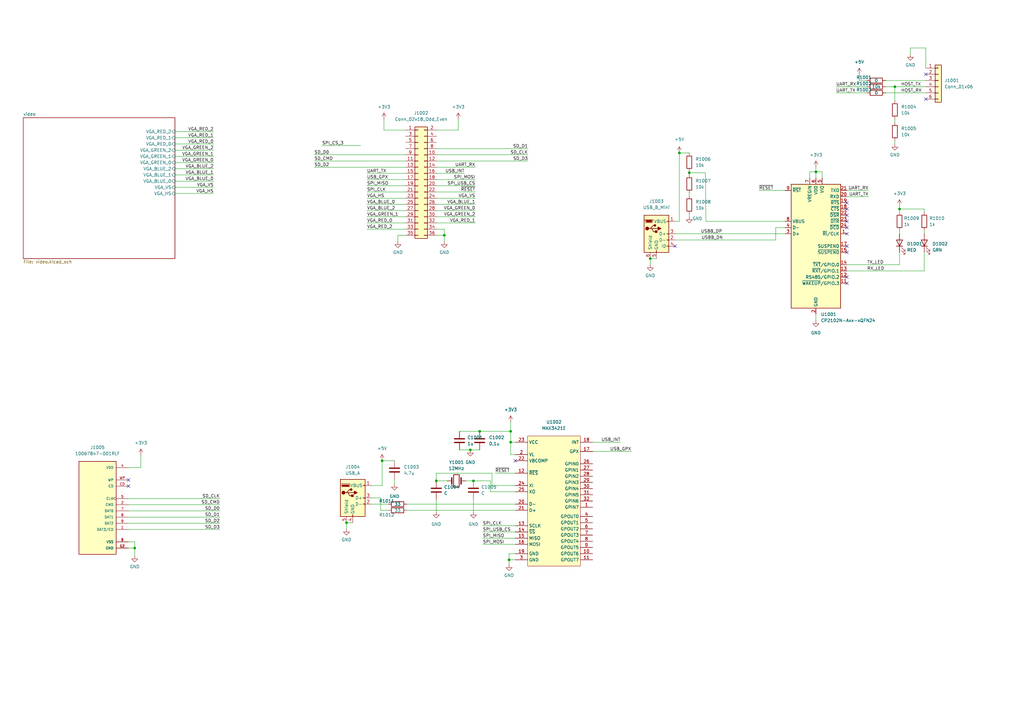
<source format=kicad_sch>
(kicad_sch (version 20211123) (generator eeschema)
  (paper "A3")
  (title_block (title "Trion T20F256 Super6502 Shield"))
  (lib_symbols
    (symbol "Connector:10067847-001RLF" (pin_names (offset 1.016))
      (property "Reference" "J" (at -7.62 19.05 0))
      (property "Value" "10067847-001RLF" (at -7.62 -22.86 0))
      (symbol "10067847-001RLF_0_0"
        (rectangle (start -7.62 -20.32) (end 7.62 17.78) (stroke (width 0.254)) (fill (type background)))
        (pin bidirectional line (at -12.7 -10.16 0) (length 5.08) (name "DAT3/CD") (number "1"))
        (pin bidirectional line (at -12.7 0 0) (length 5.08) (name "CMD") (number "2"))
        (pin power_in line (at -12.7 -15.24 0) (length 5.08) (name "VSS") (number "3"))
        (pin power_in line (at -12.7 15.24 0) (length 5.08) (name "VDD") (number "4"))
        (pin bidirectional clock (at -12.7 2.54 0) (length 5.08) (name "CLK") (number "5"))
        (pin power_in line (at -12.7 -15.24 0) (length 5.08) (name "VSS") (number "6"))
        (pin bidirectional line (at -12.7 -2.54 0) (length 5.08) (name "DAT0") (number "7"))
        (pin bidirectional line (at -12.7 -5.08 0) (length 5.08) (name "DAT1") (number "8"))
        (pin bidirectional line (at -12.7 -7.62 0) (length 5.08) (name "DAT2") (number "9"))
        (pin input line (at -12.7 7.62 0) (length 5.08) (name "CD") (number "CD"))
        (pin power_in line (at -12.7 -17.78 0) (length 5.08) (name "GND") (number "G1"))
        (pin power_in line (at -12.7 -17.78 0) (length 5.08) (name "GND") (number "G2"))
        (pin input line (at -12.7 10.16 0) (length 5.08) (name "WP") (number "WP"))
      )
    )
    (symbol "Connector:USB_A" (pin_names (offset 1.016))
      (property "Reference" "J" (at -5.08 11.43 0))
      (property "Value" "USB_A" (at -5.08 8.89 0))
      (symbol "USB_A_0_1"
        (rectangle (start -5.08 -7.62) (end 5.08 7.62) (stroke (width 0.254)) (fill (type background)))
        (circle (center -3.81 2.159) (radius 0.635) (stroke (width 0.254)) (fill (type outline)))
        (rectangle (start -1.524 4.826) (end -4.318 5.334) (fill (type outline)))
        (rectangle (start -1.27 4.572) (end -4.572 5.842))
        (circle (center -0.635 3.429) (radius 0.381) (stroke (width 0.254)) (fill (type outline)))
        (rectangle (start -0.127 -7.62) (end 0.127 -6.858))
        (polyline (pts (xy -3.175 2.159) (xy -2.54 2.159) (xy -1.27 3.429) (xy -0.635 3.429)) (stroke (width 0.254)))
        (polyline (pts (xy -2.54 2.159) (xy -1.905 2.159) (xy -1.27 0.889) (xy 0 0.889)) (stroke (width 0.254)))
        (polyline (pts (xy 0.635 2.794) (xy 0.635 1.524) (xy 1.905 2.159) (xy 0.635 2.794)) (stroke (width 0.254)) (fill (type outline)))
        (rectangle (start 0.254 1.27) (end -0.508 0.508) (stroke (width 0.254)) (fill (type outline)))
        (rectangle (start 5.08 -2.667) (end 4.318 -2.413))
        (rectangle (start 5.08 -0.127) (end 4.318 0.127))
        (rectangle (start 5.08 4.953) (end 4.318 5.207))
      )
      (symbol "USB_A_1_1"
        (polyline (pts (xy -1.905 2.159) (xy 0.635 2.159)) (stroke (width 0.254)))
        (pin power_in line (at 7.62 5.08 180) (length 2.54) (name "VBUS") (number "1"))
        (pin bidirectional line (at 7.62 -2.54 180) (length 2.54) (name "D-") (number "2"))
        (pin bidirectional line (at 7.62 0 180) (length 2.54) (name "D+") (number "3"))
        (pin power_in line (at 0 -10.16 90) (length 2.54) (name "GND") (number "4"))
        (pin passive line (at -2.54 -10.16 90) (length 2.54) (name "Shield") (number "5"))
      )
    )
    (symbol "Connector:USB_B_Mini" (pin_names (offset 1.016))
      (property "Reference" "J" (at -5.08 11.43 0))
      (property "Value" "USB_B_Mini" (at -5.08 8.89 0))
      (symbol "USB_B_Mini_0_1"
        (rectangle (start -5.08 -7.62) (end 5.08 7.62) (stroke (width 0.254)) (fill (type background)))
        (circle (center -3.81 2.159) (radius 0.635) (stroke (width 0.254)) (fill (type outline)))
        (circle (center -0.635 3.429) (radius 0.381) (stroke (width 0.254)) (fill (type outline)))
        (rectangle (start -0.127 -7.62) (end 0.127 -6.858))
        (polyline (pts (xy -1.905 2.159) (xy 0.635 2.159)) (stroke (width 0.254)))
        (polyline (pts (xy -3.175 2.159) (xy -2.54 2.159) (xy -1.27 3.429) (xy -0.635 3.429)) (stroke (width 0.254)))
        (polyline (pts (xy -2.54 2.159) (xy -1.905 2.159) (xy -1.27 0.889) (xy 0 0.889)) (stroke (width 0.254)))
        (polyline (pts (xy 0.635 2.794) (xy 0.635 1.524) (xy 1.905 2.159) (xy 0.635 2.794)) (stroke (width 0.254)) (fill (type outline)))
        (polyline (pts (xy -4.318 5.588) (xy -1.778 5.588) (xy -2.032 4.826) (xy -4.064 4.826) (xy -4.318 5.588)) (fill (type outline)))
        (polyline (pts (xy -4.699 5.842) (xy -4.699 5.588) (xy -4.445 4.826) (xy -4.445 4.572) (xy -1.651 4.572) (xy -1.651 4.826) (xy -1.397 5.588) (xy -1.397 5.842) (xy -4.699 5.842)))
        (rectangle (start 0.254 1.27) (end -0.508 0.508) (stroke (width 0.254)) (fill (type outline)))
        (rectangle (start 5.08 -5.207) (end 4.318 -4.953))
        (rectangle (start 5.08 -2.667) (end 4.318 -2.413))
        (rectangle (start 5.08 -0.127) (end 4.318 0.127))
        (rectangle (start 5.08 4.953) (end 4.318 5.207))
      )
      (symbol "USB_B_Mini_1_1"
        (pin power_out line (at 7.62 5.08 180) (length 2.54) (name "VBUS") (number "1"))
        (pin bidirectional line (at 7.62 -2.54 180) (length 2.54) (name "D-") (number "2"))
        (pin bidirectional line (at 7.62 0 180) (length 2.54) (name "D+") (number "3"))
        (pin passive line (at 7.62 -5.08 180) (length 2.54) (name "ID") (number "4"))
        (pin power_out line (at 0 -10.16 90) (length 2.54) (name "GND") (number "5"))
        (pin passive line (at -2.54 -10.16 90) (length 2.54) (name "Shield") (number "6"))
      )
    )
    (symbol "Connector_Generic:Conn_01x06" (pin_names (offset 1.016) hide)
      (property "Reference" "J" (at 0 7.62 0))
      (property "Value" "Conn_01x06" (at 0 -10.16 0))
      (symbol "Conn_01x06_1_1"
        (rectangle (start -1.27 -7.493) (end 0 -7.747) (stroke (width 0.1524)))
        (rectangle (start -1.27 -4.953) (end 0 -5.207) (stroke (width 0.1524)))
        (rectangle (start -1.27 -2.413) (end 0 -2.667) (stroke (width 0.1524)))
        (rectangle (start -1.27 0.127) (end 0 -0.127) (stroke (width 0.1524)))
        (rectangle (start -1.27 2.667) (end 0 2.413) (stroke (width 0.1524)))
        (rectangle (start -1.27 5.207) (end 0 4.953) (stroke (width 0.1524)))
        (rectangle (start -1.27 6.35) (end 1.27 -8.89) (stroke (width 0.254)) (fill (type background)))
        (pin passive line (at -5.08 5.08 0) (length 3.81) (name "Pin_1") (number "1"))
        (pin passive line (at -5.08 2.54 0) (length 3.81) (name "Pin_2") (number "2"))
        (pin passive line (at -5.08 0 0) (length 3.81) (name "Pin_3") (number "3"))
        (pin passive line (at -5.08 -2.54 0) (length 3.81) (name "Pin_4") (number "4"))
        (pin passive line (at -5.08 -5.08 0) (length 3.81) (name "Pin_5") (number "5"))
        (pin passive line (at -5.08 -7.62 0) (length 3.81) (name "Pin_6") (number "6"))
      )
    )
    (symbol "Connector_Generic:Conn_02x18_Odd_Even" (pin_names (offset 1.016) hide)
      (property "Reference" "J" (at 1.27 22.86 0))
      (property "Value" "Conn_02x18_Odd_Even" (at 1.27 -25.4 0))
      (symbol "Conn_02x18_Odd_Even_1_1"
        (rectangle (start -1.27 -22.733) (end 0 -22.987) (stroke (width 0.1524)))
        (rectangle (start -1.27 -20.193) (end 0 -20.447) (stroke (width 0.1524)))
        (rectangle (start -1.27 -17.653) (end 0 -17.907) (stroke (width 0.1524)))
        (rectangle (start -1.27 -15.113) (end 0 -15.367) (stroke (width 0.1524)))
        (rectangle (start -1.27 -12.573) (end 0 -12.827) (stroke (width 0.1524)))
        (rectangle (start -1.27 -10.033) (end 0 -10.287) (stroke (width 0.1524)))
        (rectangle (start -1.27 -7.493) (end 0 -7.747) (stroke (width 0.1524)))
        (rectangle (start -1.27 -4.953) (end 0 -5.207) (stroke (width 0.1524)))
        (rectangle (start -1.27 -2.413) (end 0 -2.667) (stroke (width 0.1524)))
        (rectangle (start -1.27 0.127) (end 0 -0.127) (stroke (width 0.1524)))
        (rectangle (start -1.27 2.667) (end 0 2.413) (stroke (width 0.1524)))
        (rectangle (start -1.27 5.207) (end 0 4.953) (stroke (width 0.1524)))
        (rectangle (start -1.27 7.747) (end 0 7.493) (stroke (width 0.1524)))
        (rectangle (start -1.27 10.287) (end 0 10.033) (stroke (width 0.1524)))
        (rectangle (start -1.27 12.827) (end 0 12.573) (stroke (width 0.1524)))
        (rectangle (start -1.27 15.367) (end 0 15.113) (stroke (width 0.1524)))
        (rectangle (start -1.27 17.907) (end 0 17.653) (stroke (width 0.1524)))
        (rectangle (start -1.27 20.447) (end 0 20.193) (stroke (width 0.1524)))
        (rectangle (start -1.27 21.59) (end 3.81 -24.13) (stroke (width 0.254)) (fill (type background)))
        (rectangle (start 3.81 -22.733) (end 2.54 -22.987) (stroke (width 0.1524)))
        (rectangle (start 3.81 -20.193) (end 2.54 -20.447) (stroke (width 0.1524)))
        (rectangle (start 3.81 -17.653) (end 2.54 -17.907) (stroke (width 0.1524)))
        (rectangle (start 3.81 -15.113) (end 2.54 -15.367) (stroke (width 0.1524)))
        (rectangle (start 3.81 -12.573) (end 2.54 -12.827) (stroke (width 0.1524)))
        (rectangle (start 3.81 -10.033) (end 2.54 -10.287) (stroke (width 0.1524)))
        (rectangle (start 3.81 -7.493) (end 2.54 -7.747) (stroke (width 0.1524)))
        (rectangle (start 3.81 -4.953) (end 2.54 -5.207) (stroke (width 0.1524)))
        (rectangle (start 3.81 -2.413) (end 2.54 -2.667) (stroke (width 0.1524)))
        (rectangle (start 3.81 0.127) (end 2.54 -0.127) (stroke (width 0.1524)))
        (rectangle (start 3.81 2.667) (end 2.54 2.413) (stroke (width 0.1524)))
        (rectangle (start 3.81 5.207) (end 2.54 4.953) (stroke (width 0.1524)))
        (rectangle (start 3.81 7.747) (end 2.54 7.493) (stroke (width 0.1524)))
        (rectangle (start 3.81 10.287) (end 2.54 10.033) (stroke (width 0.1524)))
        (rectangle (start 3.81 12.827) (end 2.54 12.573) (stroke (width 0.1524)))
        (rectangle (start 3.81 15.367) (end 2.54 15.113) (stroke (width 0.1524)))
        (rectangle (start 3.81 17.907) (end 2.54 17.653) (stroke (width 0.1524)))
        (rectangle (start 3.81 20.447) (end 2.54 20.193) (stroke (width 0.1524)))
        (pin passive line (at -5.08 20.32 0) (length 3.81) (name "Pin_1") (number "1"))
        (pin passive line (at 7.62 10.16 180) (length 3.81) (name "Pin_10") (number "10"))
        (pin passive line (at -5.08 7.62 0) (length 3.81) (name "Pin_11") (number "11"))
        (pin passive line (at 7.62 7.62 180) (length 3.81) (name "Pin_12") (number "12"))
        (pin passive line (at -5.08 5.08 0) (length 3.81) (name "Pin_13") (number "13"))
        (pin passive line (at 7.62 5.08 180) (length 3.81) (name "Pin_14") (number "14"))
        (pin passive line (at -5.08 2.54 0) (length 3.81) (name "Pin_15") (number "15"))
        (pin passive line (at 7.62 2.54 180) (length 3.81) (name "Pin_16") (number "16"))
        (pin passive line (at -5.08 0 0) (length 3.81) (name "Pin_17") (number "17"))
        (pin passive line (at 7.62 0 180) (length 3.81) (name "Pin_18") (number "18"))
        (pin passive line (at -5.08 -2.54 0) (length 3.81) (name "Pin_19") (number "19"))
        (pin passive line (at 7.62 20.32 180) (length 3.81) (name "Pin_2") (number "2"))
        (pin passive line (at 7.62 -2.54 180) (length 3.81) (name "Pin_20") (number "20"))
        (pin passive line (at -5.08 -5.08 0) (length 3.81) (name "Pin_21") (number "21"))
        (pin passive line (at 7.62 -5.08 180) (length 3.81) (name "Pin_22") (number "22"))
        (pin passive line (at -5.08 -7.62 0) (length 3.81) (name "Pin_23") (number "23"))
        (pin passive line (at 7.62 -7.62 180) (length 3.81) (name "Pin_24") (number "24"))
        (pin passive line (at -5.08 -10.16 0) (length 3.81) (name "Pin_25") (number "25"))
        (pin passive line (at 7.62 -10.16 180) (length 3.81) (name "Pin_26") (number "26"))
        (pin passive line (at -5.08 -12.7 0) (length 3.81) (name "Pin_27") (number "27"))
        (pin passive line (at 7.62 -12.7 180) (length 3.81) (name "Pin_28") (number "28"))
        (pin passive line (at -5.08 -15.24 0) (length 3.81) (name "Pin_29") (number "29"))
        (pin passive line (at -5.08 17.78 0) (length 3.81) (name "Pin_3") (number "3"))
        (pin passive line (at 7.62 -15.24 180) (length 3.81) (name "Pin_30") (number "30"))
        (pin passive line (at -5.08 -17.78 0) (length 3.81) (name "Pin_31") (number "31"))
        (pin passive line (at 7.62 -17.78 180) (length 3.81) (name "Pin_32") (number "32"))
        (pin passive line (at -5.08 -20.32 0) (length 3.81) (name "Pin_33") (number "33"))
        (pin passive line (at 7.62 -20.32 180) (length 3.81) (name "Pin_34") (number "34"))
        (pin passive line (at -5.08 -22.86 0) (length 3.81) (name "Pin_35") (number "35"))
        (pin passive line (at 7.62 -22.86 180) (length 3.81) (name "Pin_36") (number "36"))
        (pin passive line (at 7.62 17.78 180) (length 3.81) (name "Pin_4") (number "4"))
        (pin passive line (at -5.08 15.24 0) (length 3.81) (name "Pin_5") (number "5"))
        (pin passive line (at 7.62 15.24 180) (length 3.81) (name "Pin_6") (number "6"))
        (pin passive line (at -5.08 12.7 0) (length 3.81) (name "Pin_7") (number "7"))
        (pin passive line (at 7.62 12.7 180) (length 3.81) (name "Pin_8") (number "8"))
        (pin passive line (at -5.08 10.16 0) (length 3.81) (name "Pin_9") (number "9"))
      )
    )
    (symbol "Device:C" (pin_numbers hide) (pin_names (offset 0.254))
      (property "Reference" "C" (at 0.635 2.54 0))
      (property "Value" "C" (at 0.635 -2.54 0))
      (symbol "C_0_1"
        (polyline (pts (xy -2.032 -0.762) (xy 2.032 -0.762)) (stroke (width 0.508)))
        (polyline (pts (xy -2.032 0.762) (xy 2.032 0.762)) (stroke (width 0.508)))
      )
      (symbol "C_1_1"
        (pin passive line (at 0 3.81 270) (length 2.794) (name "~") (number "1"))
        (pin passive line (at 0 -3.81 90) (length 2.794) (name "~") (number "2"))
      )
    )
    (symbol "Device:Crystal" (pin_numbers hide) (pin_names (offset 1.016) hide)
      (property "Reference" "Y" (at 0 3.81 0))
      (property "Value" "Crystal" (at 0 -3.81 0))
      (symbol "Crystal_0_1"
        (rectangle (start -1.143 2.54) (end 1.143 -2.54) (stroke (width 0.3048)))
        (polyline (pts (xy -2.54 0) (xy -1.905 0)))
        (polyline (pts (xy -1.905 -1.27) (xy -1.905 1.27)) (stroke (width 0.508)))
        (polyline (pts (xy 1.905 -1.27) (xy 1.905 1.27)) (stroke (width 0.508)))
        (polyline (pts (xy 2.54 0) (xy 1.905 0)))
      )
      (symbol "Crystal_1_1"
        (pin passive line (at -3.81 0 0) (length 1.27) (name "1") (number "1"))
        (pin passive line (at 3.81 0 180) (length 1.27) (name "2") (number "2"))
      )
    )
    (symbol "Device:LED" (pin_numbers hide) (pin_names (offset 1.016) hide)
      (property "Reference" "D" (at 0 2.54 0))
      (property "Value" "LED" (at 0 -2.54 0))
      (symbol "LED_0_1"
        (polyline (pts (xy -1.27 -1.27) (xy -1.27 1.27)) (stroke (width 0.254)))
        (polyline (pts (xy -1.27 0) (xy 1.27 0)))
        (polyline (pts (xy 1.27 -1.27) (xy 1.27 1.27) (xy -1.27 0) (xy 1.27 -1.27)) (stroke (width 0.254)))
        (polyline (pts (xy -3.048 -0.762) (xy -4.572 -2.286) (xy -3.81 -2.286) (xy -4.572 -2.286) (xy -4.572 -1.524)))
        (polyline (pts (xy -1.778 -0.762) (xy -3.302 -2.286) (xy -2.54 -2.286) (xy -3.302 -2.286) (xy -3.302 -1.524)))
      )
      (symbol "LED_1_1"
        (pin passive line (at -3.81 0 0) (length 2.54) (name "K") (number "1"))
        (pin passive line (at 3.81 0 180) (length 2.54) (name "A") (number "2"))
      )
    )
    (symbol "Device:R" (pin_numbers hide) (pin_names (offset 0))
      (property "Reference" "R" (at 2.032 0 90))
      (property "Value" "R" (at 0 0 90))
      (symbol "R_0_1"
        (rectangle (start -1.016 -2.54) (end 1.016 2.54) (stroke (width 0.254)))
      )
      (symbol "R_1_1"
        (pin passive line (at 0 3.81 270) (length 1.27) (name "~") (number "1"))
        (pin passive line (at 0 -3.81 90) (length 1.27) (name "~") (number "2"))
      )
    )
    (symbol "IC:MAX3421E"
      (property "Reference" "U" (at -8.89 26.67 0))
      (property "Value" "MAX3421E" (at 6.35 26.67 0))
      (symbol "MAX3421E_0_1"
        (rectangle (start -10.16 25.4) (end 11.43 -27.94) (fill (type background)))
      )
      (symbol "MAX3421E_1_1"
        (pin input line (at 16.51 -3.81 180) (length 5.08) (name "GPIN7") (number "1"))
        (pin output line (at 16.51 -22.86 180) (length 5.08) (name "GPOUT6") (number "10"))
        (pin output line (at 16.51 -25.4 180) (length 5.08) (name "GPOUT7") (number "11"))
        (pin input line (at -15.24 10.16 0) (length 5.08) (name "~{RES}") (number "12"))
        (pin input line (at -15.24 -11.43 0) (length 5.08) (name "SCLK") (number "13"))
        (pin input line (at -15.24 -13.97 0) (length 5.08) (name "~{SS}") (number "14"))
        (pin output line (at -15.24 -16.51 0) (length 5.08) (name "MISO") (number "15"))
        (pin input line (at -15.24 -19.05 0) (length 5.08) (name "MOSI") (number "16"))
        (pin output line (at 16.51 19.05 180) (length 5.08) (name "GPX") (number "17"))
        (pin output line (at 16.51 22.86 180) (length 5.08) (name "INT") (number "18"))
        (pin input line (at -15.24 -22.86 0) (length 5.08) (name "GND") (number "19"))
        (pin input line (at -15.24 17.78 0) (length 5.08) (name "VL") (number "2"))
        (pin bidirectional line (at -15.24 -2.54 0) (length 5.08) (name "D-") (number "20"))
        (pin bidirectional line (at -15.24 -5.08 0) (length 5.08) (name "D+") (number "21"))
        (pin input line (at -15.24 15.24 0) (length 5.08) (name "VBCOMP") (number "22"))
        (pin power_in line (at -15.24 22.86 0) (length 5.08) (name "VCC") (number "23"))
        (pin input line (at -15.24 5.08 0) (length 5.08) (name "XI") (number "24"))
        (pin output line (at -15.24 2.54 0) (length 5.08) (name "XO") (number "25"))
        (pin input line (at 16.51 13.97 180) (length 5.08) (name "GPIN0") (number "26"))
        (pin input line (at 16.51 11.43 180) (length 5.08) (name "GPIN1") (number "27"))
        (pin input line (at 16.51 8.89 180) (length 5.08) (name "GPIN2") (number "28"))
        (pin input line (at 16.51 6.35 180) (length 5.08) (name "GPIN3") (number "29"))
        (pin input line (at -15.24 -25.4 0) (length 5.08) (name "GND") (number "3"))
        (pin input line (at 16.51 3.81 180) (length 5.08) (name "GPIN4") (number "30"))
        (pin input line (at 16.51 1.27 180) (length 5.08) (name "GPIN5") (number "31"))
        (pin input line (at 16.51 -1.27 180) (length 5.08) (name "GPIN6") (number "32"))
        (pin output line (at 16.51 -7.62 180) (length 5.08) (name "GPOUT0") (number "4"))
        (pin output line (at 16.51 -10.16 180) (length 5.08) (name "GPOUT1") (number "5"))
        (pin output line (at 16.51 -12.7 180) (length 5.08) (name "GPOUT2") (number "6"))
        (pin output line (at 16.51 -15.24 180) (length 5.08) (name "GPOUT3") (number "7"))
        (pin output line (at 16.51 -17.78 180) (length 5.08) (name "GPOUT4") (number "8"))
        (pin output line (at 16.51 -20.32 180) (length 5.08) (name "GPOUT5") (number "9"))
      )
    )
    (symbol "Interface_USB:CP2102N-Axx-xQFN24"
      (property "Reference" "U" (at -8.89 26.67 0))
      (property "Value" "CP2102N-Axx-xQFN24" (at 13.97 26.67 0))
      (symbol "CP2102N-Axx-xQFN24_0_1"
        (rectangle (start -10.16 25.4) (end 10.16 -25.4) (stroke (width 0.254)) (fill (type background)))
      )
      (symbol "CP2102N-Axx-xQFN24_1_1"
        (pin bidirectional line (at 12.7 5.08 180) (length 2.54) (name "~{RI}/CLK") (number "1"))
        (pin no_connect line (at -10.16 -22.86 0) (length 2.54) hide (name "NC") (number "10"))
        (pin bidirectional line (at 12.7 -15.24 180) (length 2.54) (name "~{WAKEUP}/GPIO.3") (number "11"))
        (pin bidirectional line (at 12.7 -12.7 180) (length 2.54) (name "RS485/GPIO.2") (number "12"))
        (pin bidirectional line (at 12.7 -10.16 180) (length 2.54) (name "~{RXT}/GPIO.1") (number "13"))
        (pin bidirectional line (at 12.7 -7.62 180) (length 2.54) (name "~{TXT}/GPIO.0") (number "14"))
        (pin output line (at 12.7 -2.54 180) (length 2.54) (name "~{SUSPEND}") (number "15"))
        (pin no_connect line (at 10.16 -22.86 180) (length 2.54) hide (name "NC") (number "16"))
        (pin output line (at 12.7 0 180) (length 2.54) (name "SUSPEND") (number "17"))
        (pin input line (at 12.7 15.24 180) (length 2.54) (name "~{CTS}") (number "18"))
        (pin output line (at 12.7 17.78 180) (length 2.54) (name "~{RTS}") (number "19"))
        (pin power_in line (at 0 -27.94 90) (length 2.54) (name "GND") (number "2"))
        (pin input line (at 12.7 20.32 180) (length 2.54) (name "RXD") (number "20"))
        (pin output line (at 12.7 22.86 180) (length 2.54) (name "TXD") (number "21"))
        (pin input line (at 12.7 12.7 180) (length 2.54) (name "~{DSR}") (number "22"))
        (pin output line (at 12.7 10.16 180) (length 2.54) (name "~{DTR}") (number "23"))
        (pin input line (at 12.7 7.62 180) (length 2.54) (name "~{DCD}") (number "24"))
        (pin passive line (at 0 -27.94 90) (length 2.54) hide (name "GND") (number "25"))
        (pin bidirectional line (at -12.7 5.08 0) (length 2.54) (name "D+") (number "3"))
        (pin bidirectional line (at -12.7 7.62 0) (length 2.54) (name "D-") (number "4"))
        (pin power_in line (at 2.54 27.94 270) (length 2.54) (name "VIO") (number "5"))
        (pin power_in line (at 0 27.94 270) (length 2.54) (name "VDD") (number "6"))
        (pin power_in line (at -2.54 27.94 270) (length 2.54) (name "VREGIN") (number "7"))
        (pin input line (at -12.7 10.16 0) (length 2.54) (name "VBUS") (number "8"))
        (pin input line (at -12.7 22.86 0) (length 2.54) (name "~{RST}") (number "9"))
      )
    )
    (symbol "power:+3V3" (power) (pin_names (offset 0))
      (property "Value" "+3V3" (at 0 3.556 0))
      (symbol "+3V3_0_1"
        (polyline (pts (xy -0.762 1.27) (xy 0 2.54)))
        (polyline (pts (xy 0 0) (xy 0 2.54)))
        (polyline (pts (xy 0 2.54) (xy 0.762 1.27)))
      )
      (symbol "+3V3_1_1"
        (pin power_in line (at 0 0 90) (length 0) hide (name "+3V3") (number "1"))
      )
    )
    (symbol "power:+5V" (power) (pin_names (offset 0))
      (property "Value" "+5V" (at 0 3.556 0))
      (symbol "+5V_0_1"
        (polyline (pts (xy -0.762 1.27) (xy 0 2.54)))
        (polyline (pts (xy 0 0) (xy 0 2.54)))
        (polyline (pts (xy 0 2.54) (xy 0.762 1.27)))
      )
      (symbol "+5V_1_1"
        (pin power_in line (at 0 0 90) (length 0) hide (name "+5V") (number "1"))
      )
    )
    (symbol "power:GND" (power) (pin_names (offset 0))
      (property "Value" "GND" (at 0 -3.81 0))
      (symbol "GND_0_1"
        (polyline (pts (xy 0 0) (xy 0 -1.27) (xy 1.27 -1.27) (xy 0 -2.54) (xy -1.27 -1.27) (xy 0 -1.27)))
      )
      (symbol "GND_1_1"
        (pin power_in line (at 0 0 270) (length 0) hide (name "GND") (number "1"))
      )
    )
  )
  (junction (at 367.03 35.56))
  (junction (at 192.913 184.531))
  (junction (at 266.7 106.045))
  (junction (at 182.245 96.52))
  (junction (at 278.638 62.738))
  (junction (at 209.423 181.356))
  (junction (at 334.645 70.485))
  (junction (at 368.935 85.725))
  (junction (at 178.943 197.231))
  (junction (at 194.183 197.231))
  (junction (at 156.718 188.976))
  (junction (at 208.788 229.616))
  (junction (at 209.423 176.911))
  (junction (at 196.723 176.911))
  (junction (at 282.702 70.866))
  (junction (at 55.245 224.79))
  (junction (at 142.113 214.376))
  (no_connect (at 347.345 116.205))
  (no_connect (at 347.345 85.725))
  (no_connect (at 347.345 93.345))
  (no_connect (at 211.328 188.976))
  (no_connect (at 52.705 199.39))
  (no_connect (at 347.345 83.185))
  (no_connect (at 276.86 100.965))
  (no_connect (at 379.73 40.64))
  (no_connect (at 347.345 90.805))
  (no_connect (at 347.345 95.885))
  (no_connect (at 52.705 196.85))
  (no_connect (at 347.345 113.665))
  (no_connect (at 347.345 100.965))
  (no_connect (at 379.73 30.48))
  (no_connect (at 347.345 88.265))
  (no_connect (at 347.345 103.505))
  (wire (pts (xy 178.943 194.056) (xy 178.943 197.231)))
  (wire (pts (xy 282.702 70.866) (xy 282.702 71.628)))
  (wire (pts (xy 71.755 61.595) (xy 87.63 61.595)))
  (wire (pts (xy 52.705 204.47) (xy 90.17 204.47)))
  (wire (pts (xy 356.235 78.105) (xy 347.345 78.105)))
  (wire (pts (xy 266.7 106.045) (xy 266.7 108.585)))
  (wire (pts (xy 282.702 70.866) (xy 289.306 70.866)))
  (wire (pts (xy 179.07 93.98) (xy 182.245 93.98)))
  (wire (pts (xy 179.07 76.2) (xy 194.945 76.2)))
  (wire (pts (xy 356.235 80.645) (xy 347.345 80.645)))
  (wire (pts (xy 363.22 33.02) (xy 379.73 33.02)))
  (wire (pts (xy 367.03 35.56) (xy 367.03 41.275)))
  (wire (pts (xy 150.495 81.28) (xy 166.37 81.28)))
  (wire (pts (xy 266.7 106.045) (xy 269.24 106.045)))
  (wire (pts (xy 194.945 68.58) (xy 179.07 68.58)))
  (wire (pts (xy 182.245 93.98) (xy 182.245 96.52)))
  (wire (pts (xy 55.245 224.79) (xy 55.245 227.965)))
  (wire (pts (xy 289.306 70.866) (xy 289.56 90.805)))
  (wire (pts (xy 278.638 90.805) (xy 278.638 62.738)))
  (wire (pts (xy 209.423 176.911) (xy 209.423 181.356)))
  (wire (pts (xy 211.328 199.136) (xy 201.803 199.136)))
  (wire (pts (xy 282.702 79.248) (xy 282.702 80.264)))
  (wire (pts (xy 243.078 181.356) (xy 254.508 181.356)))
  (wire (pts (xy 209.423 181.356) (xy 211.328 181.356)))
  (wire (pts (xy 150.495 71.12) (xy 166.37 71.12)))
  (wire (pts (xy 71.755 74.295) (xy 87.63 74.295)))
  (wire (pts (xy 347.345 111.125) (xy 379.095 111.125)))
  (wire (pts (xy 52.705 222.25) (xy 55.245 222.25)))
  (wire (pts (xy 282.702 87.884) (xy 282.702 88.9)))
  (wire (pts (xy 211.328 186.436) (xy 209.423 186.436)))
  (wire (pts (xy 166.37 86.36) (xy 150.495 86.36)))
  (wire (pts (xy 156.083 209.296) (xy 159.258 209.296)))
  (wire (pts (xy 188.468 184.531) (xy 192.913 184.531)))
  (wire (pts (xy 52.705 212.09) (xy 90.17 212.09)))
  (wire (pts (xy 368.935 108.585) (xy 368.935 103.505)))
  (wire (pts (xy 156.718 188.976) (xy 156.718 199.136)))
  (wire (pts (xy 71.755 71.755) (xy 87.63 71.755)))
  (wire (pts (xy 163.195 99.06) (xy 163.195 96.52)))
  (wire (pts (xy 71.755 59.055) (xy 87.63 59.055)))
  (wire (pts (xy 196.723 176.911) (xy 209.423 176.911)))
  (wire (pts (xy 166.37 93.98) (xy 150.495 93.98)))
  (wire (pts (xy 166.37 73.66) (xy 150.495 73.66)))
  (wire (pts (xy 379.095 94.615) (xy 379.095 95.885)))
  (wire (pts (xy 178.943 197.231) (xy 183.388 197.231)))
  (wire (pts (xy 52.705 217.17) (xy 90.17 217.17)))
  (wire (pts (xy 52.705 191.77) (xy 57.785 191.77)))
  (wire (pts (xy 179.07 88.9) (xy 194.945 88.9)))
  (wire (pts (xy 187.96 53.34) (xy 179.07 53.34)))
  (wire (pts (xy 71.755 56.515) (xy 87.63 56.515)))
  (wire (pts (xy 379.095 85.725) (xy 379.095 86.995)))
  (wire (pts (xy 282.702 70.358) (xy 282.702 70.866)))
  (wire (pts (xy 334.645 70.485) (xy 332.105 70.485)))
  (wire (pts (xy 211.328 194.056) (xy 203.073 194.056)))
  (wire (pts (xy 367.03 57.785) (xy 367.03 59.055)))
  (wire (pts (xy 318.135 93.345) (xy 321.945 93.345)))
  (wire (pts (xy 352.425 33.02) (xy 355.6 33.02)))
  (wire (pts (xy 188.468 176.911) (xy 196.723 176.911)))
  (wire (pts (xy 87.63 79.375) (xy 71.755 79.375)))
  (wire (pts (xy 211.328 218.186) (xy 197.993 218.186)))
  (wire (pts (xy 52.705 214.63) (xy 90.17 214.63)))
  (wire (pts (xy 373.38 19.685) (xy 379.73 19.685)))
  (wire (pts (xy 142.113 216.916) (xy 142.113 214.376)))
  (wire (pts (xy 161.798 196.596) (xy 161.798 198.501)))
  (wire (pts (xy 373.38 22.225) (xy 373.38 19.685)))
  (wire (pts (xy 379.73 19.685) (xy 379.73 27.94)))
  (wire (pts (xy 71.755 64.135) (xy 87.63 64.135)))
  (wire (pts (xy 278.638 62.738) (xy 282.702 62.738)))
  (wire (pts (xy 191.008 197.231) (xy 194.183 197.231)))
  (wire (pts (xy 201.803 194.056) (xy 178.943 194.056)))
  (wire (pts (xy 157.48 53.34) (xy 166.37 53.34)))
  (wire (pts (xy 194.183 204.851) (xy 194.183 209.931)))
  (wire (pts (xy 208.788 229.616) (xy 211.328 229.616)))
  (wire (pts (xy 166.37 78.74) (xy 150.495 78.74)))
  (wire (pts (xy 142.113 214.376) (xy 144.653 214.376)))
  (wire (pts (xy 334.645 128.905) (xy 334.645 131.445)))
  (wire (pts (xy 156.083 204.216) (xy 156.083 209.296)))
  (wire (pts (xy 179.07 66.04) (xy 216.535 66.04)))
  (wire (pts (xy 209.423 186.436) (xy 209.423 181.356)))
  (wire (pts (xy 179.07 86.36) (xy 194.945 86.36)))
  (wire (pts (xy 71.755 69.215) (xy 87.63 69.215)))
  (wire (pts (xy 132.08 59.69) (xy 147.955 59.69)))
  (wire (pts (xy 182.245 99.06) (xy 182.245 96.52)))
  (wire (pts (xy 166.878 206.756) (xy 211.328 206.756)))
  (wire (pts (xy 57.785 191.77) (xy 57.785 186.69)))
  (wire (pts (xy 52.705 209.55) (xy 90.17 209.55)))
  (wire (pts (xy 347.345 108.585) (xy 368.935 108.585)))
  (wire (pts (xy 334.645 70.485) (xy 337.185 70.485)))
  (wire (pts (xy 152.273 204.216) (xy 156.083 204.216)))
  (wire (pts (xy 179.07 73.66) (xy 194.945 73.66)))
  (wire (pts (xy 166.37 66.04) (xy 128.905 66.04)))
  (wire (pts (xy 178.943 204.851) (xy 178.943 209.931)))
  (wire (pts (xy 368.935 94.615) (xy 368.935 95.885)))
  (wire (pts (xy 87.63 76.835) (xy 71.755 76.835)))
  (wire (pts (xy 179.07 60.96) (xy 216.535 60.96)))
  (wire (pts (xy 363.22 38.1) (xy 379.73 38.1)))
  (wire (pts (xy 166.37 63.5) (xy 128.905 63.5)))
  (wire (pts (xy 289.56 90.805) (xy 321.945 90.805)))
  (wire (pts (xy 379.095 103.505) (xy 379.095 111.125)))
  (wire (pts (xy 209.423 173.101) (xy 209.423 176.911)))
  (wire (pts (xy 166.37 76.2) (xy 150.495 76.2)))
  (wire (pts (xy 156.718 199.136) (xy 152.273 199.136)))
  (wire (pts (xy 166.878 209.296) (xy 211.328 209.296)))
  (wire (pts (xy 179.07 63.5) (xy 216.535 63.5)))
  (wire (pts (xy 211.328 220.726) (xy 197.993 220.726)))
  (wire (pts (xy 311.277 78.105) (xy 321.945 78.105)))
  (wire (pts (xy 194.183 197.231) (xy 201.168 197.231)))
  (wire (pts (xy 156.718 188.976) (xy 161.798 188.976)))
  (wire (pts (xy 179.07 78.74) (xy 194.945 78.74)))
  (wire (pts (xy 55.245 222.25) (xy 55.245 224.79)))
  (wire (pts (xy 166.37 83.82) (xy 150.495 83.82)))
  (wire (pts (xy 201.168 201.676) (xy 211.328 201.676)))
  (wire (pts (xy 368.935 85.725) (xy 379.095 85.725)))
  (wire (pts (xy 179.07 91.44) (xy 194.945 91.44)))
  (wire (pts (xy 367.03 48.895) (xy 367.03 50.165)))
  (wire (pts (xy 276.86 98.425) (xy 318.135 98.425)))
  (wire (pts (xy 276.86 95.885) (xy 321.945 95.885)))
  (wire (pts (xy 367.03 35.56) (xy 379.73 35.56)))
  (wire (pts (xy 352.425 30.48) (xy 352.425 33.02)))
  (wire (pts (xy 208.788 231.521) (xy 208.788 229.616)))
  (wire (pts (xy 192.913 184.531) (xy 196.723 184.531)))
  (wire (pts (xy 334.645 70.485) (xy 334.645 73.025)))
  (wire (pts (xy 318.135 98.425) (xy 318.135 93.345)))
  (wire (pts (xy 182.245 96.52) (xy 179.07 96.52)))
  (wire (pts (xy 166.37 88.9) (xy 150.495 88.9)))
  (wire (pts (xy 194.945 81.28) (xy 179.07 81.28)))
  (wire (pts (xy 166.37 91.44) (xy 150.495 91.44)))
  (wire (pts (xy 342.9 35.56) (xy 355.6 35.56)))
  (wire (pts (xy 368.935 84.455) (xy 368.935 85.725)))
  (wire (pts (xy 276.86 90.805) (xy 278.638 90.805)))
  (wire (pts (xy 208.788 229.616) (xy 208.788 227.076)))
  (wire (pts (xy 211.328 215.646) (xy 197.993 215.646)))
  (wire (pts (xy 163.195 96.52) (xy 166.37 96.52)))
  (wire (pts (xy 187.96 48.895) (xy 187.96 53.34)))
  (wire (pts (xy 71.755 53.975) (xy 87.63 53.975)))
  (wire (pts (xy 157.48 48.895) (xy 157.48 53.34)))
  (wire (pts (xy 71.755 66.675) (xy 87.63 66.675)))
  (wire (pts (xy 201.168 197.231) (xy 201.168 201.676)))
  (wire (pts (xy 368.935 85.725) (xy 368.935 86.995)))
  (wire (pts (xy 201.803 199.136) (xy 201.803 194.056)))
  (wire (pts (xy 52.705 207.01) (xy 90.17 207.01)))
  (wire (pts (xy 208.788 227.076) (xy 211.328 227.076)))
  (wire (pts (xy 166.37 68.58) (xy 128.905 68.58)))
  (wire (pts (xy 334.645 68.58) (xy 334.645 70.485)))
  (wire (pts (xy 211.328 223.266) (xy 197.993 223.266)))
  (wire (pts (xy 179.07 83.82) (xy 194.945 83.82)))
  (wire (pts (xy 55.245 224.79) (xy 52.705 224.79)))
  (wire (pts (xy 363.22 35.56) (xy 367.03 35.56)))
  (wire (pts (xy 152.273 206.756) (xy 159.258 206.756)))
  (wire (pts (xy 337.185 70.485) (xy 337.185 73.025)))
  (wire (pts (xy 332.105 70.485) (xy 332.105 73.025)))
  (wire (pts (xy 342.9 38.1) (xy 355.6 38.1)))
  (wire (pts (xy 179.07 71.12) (xy 190.5 71.12)))
  (wire (pts (xy 243.078 185.166) (xy 258.953 185.166)))
  (label "SPI_USB_CS" (at 197.993 218.186 0))
  (label "USBB_DP" (at 287.401 95.885 0))
  (label "SD_CLK" (at 90.17 204.47 180))
  (label "UART_TX" (at 342.9 38.1 0))
  (label "TX_LED" (at 355.6 108.585 0))
  (label "VGA_GREEN_2" (at 194.945 88.9 180))
  (label "VGA_RED_0" (at 150.495 91.44 0))
  (label "UART_RX" (at 356.235 78.105 180))
  (label "VGA_GREEN_1" (at 87.63 64.135 180))
  (label "VGA_GREEN_0" (at 194.945 86.36 180))
  (label "SD_CMD" (at 90.17 207.01 180))
  (label "RX_LED" (at 355.6 111.125 0))
  (label "HOST_TX" (at 369.57 35.56 0))
  (label "VGA_RED_1" (at 194.945 91.44 180))
  (label "SD_D2" (at 90.17 214.63 180))
  (label "SD_D0" (at 90.17 209.55 180))
  (label "VGA_HS" (at 150.495 81.28 0))
  (label "VGA_HS" (at 87.63 79.375 180))
  (label "SPI_CLK" (at 150.495 78.74 0))
  (label "~{RESET}" (at 203.073 194.056 0))
  (label "VGA_RED_2" (at 150.495 93.98 0))
  (label "VGA_GREEN_1" (at 150.495 88.9 0))
  (label "UART_TX" (at 356.235 80.645 180))
  (label "VGA_BLUE_2" (at 87.63 69.215 180))
  (label "SD_CLK" (at 216.535 63.5 180))
  (label "VGA_BLUE_1" (at 194.945 83.82 180))
  (label "SPI_MOSI" (at 194.945 73.66 180))
  (label "UART_TX" (at 150.495 71.12 0))
  (label "UART_RX" (at 194.945 68.58 180))
  (label "SPI_MISO" (at 150.495 76.2 0))
  (label "SD_CMD" (at 128.905 66.04 0))
  (label "VGA_RED_2" (at 87.63 53.975 180))
  (label "VGA_BLUE_0" (at 150.495 83.82 0))
  (label "USB_GPX" (at 258.953 185.166 180))
  (label "SPI_CS_3" (at 132.08 59.69 0))
  (label "SD_D3" (at 90.17 217.17 180))
  (label "VGA_VS" (at 87.63 76.835 180))
  (label "SD_D1" (at 90.17 212.09 180))
  (label "VGA_GREEN_0" (at 87.63 66.675 180))
  (label "USB_INT" (at 190.5 71.12 180))
  (label "SPI_MOSI" (at 197.993 223.266 0))
  (label "USB_GPX" (at 150.495 73.66 0))
  (label "VGA_BLUE_0" (at 87.63 74.295 180))
  (label "~{RESET}" (at 194.945 78.74 180))
  (label "VGA_BLUE_2" (at 150.495 86.36 0))
  (label "UART_RX" (at 342.9 35.56 0))
  (label "~{RESET}" (at 311.277 78.105 0))
  (label "SD_D0" (at 128.905 63.5 0))
  (label "VGA_BLUE_1" (at 87.63 71.755 180))
  (label "SPI_CLK" (at 197.993 215.646 0))
  (label "SPI_USB_CS" (at 194.945 76.2 180))
  (label "HOST_RX" (at 369.57 38.1 0))
  (label "SD_D3" (at 216.535 66.04 180))
  (label "VGA_VS" (at 194.945 81.28 180))
  (label "VGA_RED_0" (at 87.63 59.055 180))
  (label "VGA_GREEN_2" (at 87.63 61.595 180))
  (label "SPI_MISO" (at 197.993 220.726 0))
  (label "VGA_RED_1" (at 87.63 56.515 180))
  (label "USBB_DN" (at 287.655 98.425 0))
  (label "SD_D2" (at 128.905 68.58 0))
  (label "USB_INT" (at 254.508 181.356 180))
  (label "SD_D1" (at 216.535 60.96 180))
  (symbol (lib_id "Connector_Generic:Conn_02x18_Odd_Even") (at 171.45 73.66 0) (unit 1)
    (property "Reference" "J1002" (at 172.72 46.355 0))
    (property "Value" "Conn_02x18_Odd_Even" (at 172.72 48.895 0))
    (property "Footprint" "Connector_PinSocket_2.54mm:PinSocket_2x18_P2.54mm_Vertical" (effects hide))
  )
  (symbol (lib_id "Device:R") (at 368.935 90.805 0) (unit 1)
    (property "Reference" "R1009" (at 370.713 89.5349 0) (effects (justify left)))
    (property "Value" "1k" (at 370.713 92.0749 0) (effects (justify left)))
    (property "Footprint" "Resistor_SMD:R_0805_2012Metric_Pad1.20x1.40mm_HandSolder" (effects hide))
  )
  (symbol (lib_id "power:GND") (at 334.645 131.445 0) (unit 1)
    (property "Reference" "#PWR01013" (effects hide))
    (property "Value" "GND" (at 334.645 136.525 0))
  )
  (symbol (lib_id "power:GND") (at 373.38 22.225 0) (unit 1)
    (property "Reference" "#PWR01001" (effects hide))
    (property "Value" "GND" (at 373.38 26.67 0))
  )
  (symbol (lib_id "power:+5V") (at 278.638 62.738 0) (unit 1)
    (property "Reference" "#PWR01006" (effects hide))
    (property "Value" "+5V" (at 278.638 57.15 0))
  )
  (symbol (lib_id "Device:R") (at 359.41 38.1 90) (unit 1)
    (property "Reference" "R1003" (at 354.33 36.83 90))
    (property "Value" "0" (at 359.41 38.1 90))
    (property "Footprint" "Resistor_SMD:R_0805_2012Metric_Pad1.20x1.40mm_HandSolder" (effects hide))
  )
  (symbol (lib_id "Device:R") (at 359.41 33.02 90) (unit 1)
    (property "Reference" "R1001" (at 354.33 31.75 90))
    (property "Value" "0" (at 359.41 33.02 90))
    (property "Footprint" "Resistor_SMD:R_0805_2012Metric_Pad1.20x1.40mm_HandSolder" (effects hide))
  )
  (symbol (lib_id "Device:R") (at 282.702 84.074 0) (unit 1)
    (property "Reference" "R1008" (at 285.242 82.8039 0) (effects (justify left)))
    (property "Value" "10k" (at 285.242 85.3439 0) (effects (justify left)))
    (property "Footprint" "Resistor_SMD:R_0805_2012Metric_Pad1.20x1.40mm_HandSolder" (effects hide))
  )
  (symbol (lib_id "IC:MAX3421E") (at 226.568 204.216 0) (unit 1)
    (property "Reference" "U1002" (at 227.203 173.101 0))
    (property "Value" "MAX3421E" (at 227.203 175.641 0))
    (property "Footprint" "Package_QFP:LQFP-32_5x5mm_P0.5mm" (effects hide))
  )
  (symbol (lib_id "Device:R") (at 367.03 45.085 0) (unit 1)
    (property "Reference" "R1004" (at 369.57 43.8149 0) (effects (justify left)))
    (property "Value" "10k" (at 369.57 46.3549 0) (effects (justify left)))
    (property "Footprint" "Resistor_SMD:R_0805_2012Metric_Pad1.20x1.40mm_HandSolder" (effects hide))
  )
  (symbol (lib_id "power:+3V3") (at 368.935 84.455 0) (unit 1)
    (property "Reference" "#PWR01008" (effects hide))
    (property "Value" "+3V3" (at 368.935 79.375 0))
  )
  (symbol (lib_id "Device:C") (at 161.798 192.786 0) (unit 1)
    (property "Reference" "C1003" (at 165.608 191.5159 0) (effects (justify left)))
    (property "Value" "4.7u" (at 165.608 194.0559 0) (effects (justify left)))
    (property "Footprint" "Capacitor_SMD:C_0805_2012Metric_Pad1.18x1.45mm_HandSolder" (effects hide))
  )
  (symbol (lib_id "Device:R") (at 367.03 53.975 0) (unit 1)
    (property "Reference" "R1005" (at 369.57 52.7049 0) (effects (justify left)))
    (property "Value" "10k" (at 369.57 55.2449 0) (effects (justify left)))
    (property "Footprint" "Resistor_SMD:R_0805_2012Metric_Pad1.20x1.40mm_HandSolder" (effects hide))
  )
  (symbol (lib_id "Connector:10067847-001RLF") (at 40.005 207.01 0) (mirror y) (unit 1)
    (property "Reference" "J1005" (at 40.005 183.515 0))
    (property "Value" "10067847-001RLF" (at 40.005 186.055 0))
    (property "Footprint" "Connector_Card:AMPHENOL_10067847-001RLF" (effects hide))
    (property "PARTREV" "K" (effects hide))
    (property "MAXIMUM_PACKAGE_HEIGHT" "2.80 mm" (effects hide))
    (property "STANDARD" "Manufacturer Recommendations" (effects hide))
    (property "MANUFACTURER" "Amphenol FCI" (effects hide))
  )
  (symbol (lib_id "Device:C") (at 178.943 201.041 0) (unit 1)
    (property "Reference" "C1004" (at 182.118 199.7709 0) (effects (justify left)))
    (property "Value" "C" (at 182.118 202.3109 0) (effects (justify left)))
    (property "Footprint" "Capacitor_SMD:C_0805_2012Metric_Pad1.18x1.45mm_HandSolder" (effects hide))
  )
  (symbol (lib_id "power:GND") (at 194.183 209.931 0) (unit 1)
    (property "Reference" "#PWR01020" (effects hide))
    (property "Value" "GND" (at 194.183 215.011 0))
  )
  (symbol (lib_id "power:GND") (at 282.702 88.9 0) (unit 1)
    (property "Reference" "#PWR01009" (effects hide))
    (property "Value" "GND" (at 286.004 89.662 0))
  )
  (symbol (lib_id "Interface_USB:CP2102N-Axx-xQFN24") (at 334.645 100.965 0) (unit 1)
    (property "Reference" "U1001" (at 336.6644 128.905 0) (effects (justify left)))
    (property "Value" "CP2102N-Axx-xQFN24" (at 336.6644 131.445 0) (effects (justify left)))
    (property "Footprint" "Package_DFN_QFN:QFN-24-1EP_4x4mm_P0.5mm_EP2.6x2.6mm" (effects hide))
    (property "Datasheet" "https://www.silabs.com/documents/public/data-sheets/cp2102n-datasheet.pdf" (effects hide))
  )
  (symbol (lib_id "Connector:USB_A") (at 144.653 204.216 0) (unit 1)
    (property "Reference" "J1004" (at 144.653 191.516 0))
    (property "Value" "USB_A" (at 144.653 194.056 0))
    (property "Footprint" "Connector_USB:FCI_87520-0010BLF" (effects hide))
    (property "Datasheet" " ~" (effects hide))
  )
  (symbol (lib_id "power:+3V3") (at 157.48 48.895 0) (unit 1)
    (property "Reference" "#PWR01003" (effects hide))
    (property "Value" "+3V3" (at 157.48 43.815 0))
  )
  (symbol (lib_id "Device:R") (at 282.702 66.548 0) (unit 1)
    (property "Reference" "R1006" (at 285.242 65.2779 0) (effects (justify left)))
    (property "Value" "10k" (at 285.242 67.8179 0) (effects (justify left)))
    (property "Footprint" "Resistor_SMD:R_0805_2012Metric_Pad1.20x1.40mm_HandSolder" (effects hide))
  )
  (symbol (lib_id "power:GND") (at 178.943 209.931 0) (unit 1)
    (property "Reference" "#PWR01019" (effects hide))
    (property "Value" "GND" (at 178.943 215.011 0))
  )
  (symbol (lib_id "Device:LED") (at 368.935 99.695 90) (unit 1)
    (property "Reference" "D1001" (at 371.983 100.0124 90) (effects (justify right)))
    (property "Value" "RED" (at 371.983 102.5524 90) (effects (justify right)))
    (property "Footprint" "LED_SMD:LED_0805_2012Metric_Pad1.15x1.40mm_HandSolder" (effects hide))
  )
  (symbol (lib_id "power:GND") (at 367.03 59.055 0) (unit 1)
    (property "Reference" "#PWR01005" (effects hide))
    (property "Value" "GND" (at 367.03 63.5 0))
  )
  (symbol (lib_id "Device:Crystal") (at 187.198 197.231 0) (unit 1)
    (property "Reference" "Y1001" (at 187.198 189.611 0))
    (property "Value" "12MHz" (at 187.198 192.151 0))
    (property "Footprint" "Crystal:Crystal_HC49-U_Vertical" (effects hide))
  )
  (symbol (lib_id "power:+3V3") (at 57.785 186.69 0) (unit 1)
    (property "Reference" "#PWR01016" (effects hide))
    (property "Value" "+3V3" (at 57.785 181.61 0))
  )
  (symbol (lib_id "power:+3V3") (at 209.423 173.101 0) (unit 1)
    (property "Reference" "#PWR01014" (effects hide))
    (property "Value" "+3V3" (at 209.423 168.021 0))
  )
  (symbol (lib_id "power:GND") (at 161.798 198.501 0) (unit 1)
    (property "Reference" "#PWR01018" (effects hide))
    (property "Value" "GND" (at 161.798 203.581 0))
  )
  (symbol (lib_id "power:GND") (at 192.913 184.531 0) (unit 1)
    (property "Reference" "#PWR01015" (effects hide))
    (property "Value" "GND" (at 192.913 189.611 0))
  )
  (symbol (lib_id "power:+5V") (at 156.718 188.976 0) (unit 1)
    (property "Reference" "#PWR01017" (effects hide))
    (property "Value" "+5V" (at 156.718 183.896 0))
  )
  (symbol (lib_id "Device:R") (at 359.41 35.56 90) (unit 1)
    (property "Reference" "R1002" (at 354.33 34.29 90))
    (property "Value" "10k" (at 359.41 35.56 90))
    (property "Footprint" "Resistor_SMD:R_0805_2012Metric_Pad1.20x1.40mm_HandSolder" (effects hide))
  )
  (symbol (lib_id "power:GND") (at 142.113 216.916 0) (unit 1)
    (property "Reference" "#PWR01021" (effects hide))
    (property "Value" "GND" (at 142.113 221.361 0))
  )
  (symbol (lib_id "power:+3V3") (at 334.645 68.58 0) (unit 1)
    (property "Reference" "#PWR01007" (effects hide))
    (property "Value" "+3V3" (at 334.645 63.5 0))
  )
  (symbol (lib_id "Device:C") (at 196.723 180.721 0) (unit 1)
    (property "Reference" "C1002" (at 200.533 179.4509 0) (effects (justify left)))
    (property "Value" "0.1u" (at 200.533 181.9909 0) (effects (justify left)))
    (property "Footprint" "Capacitor_SMD:C_0805_2012Metric_Pad1.18x1.45mm_HandSolder" (effects hide))
  )
  (symbol (lib_id "Device:LED") (at 379.095 99.695 90) (unit 1)
    (property "Reference" "D1002" (at 382.397 100.0124 90) (effects (justify right)))
    (property "Value" "GRN" (at 382.397 102.5524 90) (effects (justify right)))
    (property "Footprint" "LED_SMD:LED_0805_2012Metric_Pad1.15x1.40mm_HandSolder" (effects hide))
  )
  (symbol (lib_id "Connector_Generic:Conn_01x06") (at 384.81 33.02 0) (unit 1)
    (property "Reference" "J1001" (at 387.35 33.0199 0) (effects (justify left)))
    (property "Value" "Conn_01x06" (at 387.35 35.5599 0) (effects (justify left)))
    (property "Footprint" "Connector_PinHeader_2.54mm:PinHeader_1x06_P2.54mm_Vertical" (effects hide))
  )
  (symbol (lib_id "power:+3V3") (at 187.96 48.895 0) (unit 1)
    (property "Reference" "#PWR01004" (effects hide))
    (property "Value" "+3V3" (at 187.96 43.815 0))
  )
  (symbol (lib_id "power:GND") (at 182.245 99.06 0) (mirror y) (unit 1)
    (property "Reference" "#PWR01011" (effects hide))
    (property "Value" "GND" (at 182.245 103.505 0))
  )
  (symbol (lib_id "Device:R") (at 163.068 209.296 90) (unit 1)
    (property "Reference" "R1012" (at 158.623 211.201 90))
    (property "Value" "33" (at 163.068 209.296 90))
    (property "Footprint" "Resistor_SMD:R_0805_2012Metric_Pad1.20x1.40mm_HandSolder" (effects hide))
  )
  (symbol (lib_id "Device:R") (at 379.095 90.805 0) (unit 1)
    (property "Reference" "R1010" (at 381.127 89.5349 0) (effects (justify left)))
    (property "Value" "1k" (at 381.127 92.0749 0) (effects (justify left)))
    (property "Footprint" "Resistor_SMD:R_0805_2012Metric_Pad1.20x1.40mm_HandSolder" (effects hide))
  )
  (symbol (lib_id "Device:C") (at 188.468 180.721 0) (unit 1)
    (property "Reference" "C1001" (at 191.643 179.4509 0) (effects (justify left)))
    (property "Value" "1u" (at 191.643 181.9909 0) (effects (justify left)))
    (property "Footprint" "Capacitor_SMD:C_0805_2012Metric_Pad1.18x1.45mm_HandSolder" (effects hide))
  )
  (symbol (lib_id "power:GND") (at 55.245 227.965 0) (unit 1)
    (property "Reference" "#PWR01022" (effects hide))
    (property "Value" "GND" (at 55.245 232.41 0))
  )
  (symbol (lib_id "power:GND") (at 208.788 231.521 0) (unit 1)
    (property "Reference" "#PWR01023" (effects hide))
    (property "Value" "GND" (at 208.788 235.966 0))
  )
  (symbol (lib_id "power:+5V") (at 352.425 30.48 0) (unit 1)
    (property "Reference" "#PWR01002" (effects hide))
    (property "Value" "+5V" (at 352.425 25.4 0))
  )
  (symbol (lib_id "power:GND") (at 266.7 108.585 0) (unit 1)
    (property "Reference" "#PWR01012" (effects hide))
    (property "Value" "GND" (at 266.7 113.03 0))
  )
  (symbol (lib_id "Device:R") (at 163.068 206.756 270) (unit 1)
    (property "Reference" "R1011" (at 158.623 205.486 90))
    (property "Value" "33" (at 163.068 206.756 90))
    (property "Footprint" "Resistor_SMD:R_0805_2012Metric_Pad1.20x1.40mm_HandSolder" (effects hide))
  )
  (symbol (lib_id "Device:C") (at 194.183 201.041 0) (unit 1)
    (property "Reference" "C1005" (at 197.358 199.7709 0) (effects (justify left)))
    (property "Value" "C" (at 197.358 202.3109 0) (effects (justify left)))
    (property "Footprint" "Capacitor_SMD:C_0805_2012Metric_Pad1.18x1.45mm_HandSolder" (effects hide))
  )
  (symbol (lib_id "Connector:USB_B_Mini") (at 269.24 95.885 0) (unit 1)
    (property "Reference" "J1003" (at 269.24 82.55 0))
    (property "Value" "USB_B_Mini" (at 269.24 85.09 0))
    (property "Footprint" "Connector_USB:USB_Mini-B_Wuerth_65100516121_Horizontal" (effects hide))
  )
  (symbol (lib_id "Device:R") (at 282.702 75.438 0) (unit 1)
    (property "Reference" "R1007" (at 285.242 74.1679 0) (effects (justify left)))
    (property "Value" "10k" (at 285.242 76.7079 0) (effects (justify left)))
    (property "Footprint" "Resistor_SMD:R_0805_2012Metric_Pad1.20x1.40mm_HandSolder" (effects hide))
  )
  (symbol (lib_id "power:GND") (at 163.195 99.06 0) (unit 1)
    (property "Reference" "#PWR01010" (effects hide))
    (property "Value" "GND" (at 163.195 103.505 0))
  )
  (sheet (at 9.525 48.26) (size 62.23 57.785) (stroke (width 0.1524))
    (property "Sheet name" "video" (at 9.525 47.5484 0) (effects (justify left bottom)))
    (property "Sheet file" "video.kicad_sch" (at 9.525 106.6296 0) (effects (justify left top)))
    (pin "VGA_RED_2" input (at 71.755 53.975 0))
    (pin "VGA_RED_1" input (at 71.755 56.515 0))
    (pin "VGA_RED_0" input (at 71.755 59.055 0))
    (pin "VGA_GREEN_0" input (at 71.755 66.675 0))
    (pin "VGA_GREEN_2" input (at 71.755 61.595 0))
    (pin "VGA_GREEN_1" input (at 71.755 64.135 0))
    (pin "VGA_VS" input (at 71.755 76.835 0))
    (pin "VGA_HS" input (at 71.755 79.375 0))
    (pin "VGA_BLUE_0" input (at 71.755 74.295 0))
    (pin "VGA_BLUE_2" input (at 71.755 69.215 0))
    (pin "VGA_BLUE_1" input (at 71.755 71.755 0))
  )
)
</source>
